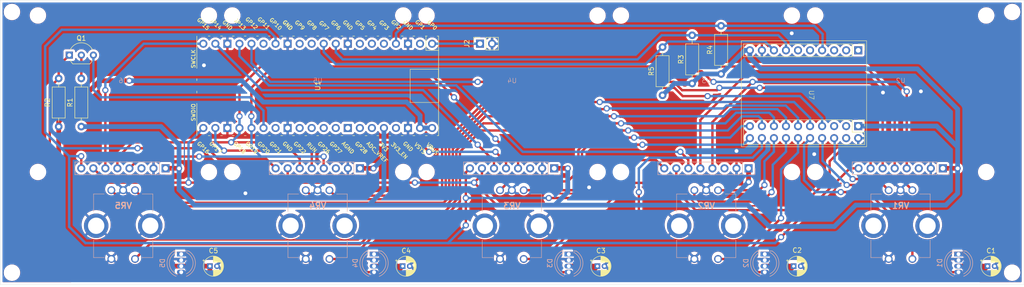
<source format=kicad_pcb>
(kicad_pcb (version 20240108) (generator "pcbnew") (generator_version "8.0")
  (layers (0 "F.Cu" jumper) (31 "B.Cu" signal) (34 "B.Paste" user) (35 "F.Paste" user) (36 "B.SilkS" user "B.Silkscreen") (37 "F.SilkS" user "F.Silkscreen") (38 "B.Mask" user) (39 "F.Mask" user) (44 "Edge.Cuts" user))
  (net 0 "")
  (net 1 "GND")
  (net 2 "+5V")
  (net 3 "Net-(D1-DI)")
  (net 4 "Net-(J2-Pin_1)")
  (net 5 "Net-(Q1-B)")
  (net 6 "LED")
  (net 7 "+3.3V")
  (net 8 "I2C_SDA")
  (net 9 "MCP_RESET")
  (net 10 "I2C_SCL")
  (net 13 "D{slash}C")
  (net 15 "CS4")
  (net 16 "CS1")
  (net 17 "CS2")
  (net 19 "DIN")
  (net 25 "CS0")
  (net 30 "CLK")
  (net 32 "CS3")
  (net 33 "DISP_RESET")
  (net 42 "Net-(U7-GPA2)")
  (net 43 "Net-(U7-GPB5)")
  (net 46 "Net-(U7-GPB7)")
  (net 47 "Net-(U7-GPA7)")
  (net 48 "Net-(U7-GPB1)")
  (net 49 "Net-(U7-GPB3)")
  (net 50 "Net-(U7-GPA0)")
  (net 51 "Net-(U7-GPB2)")
  (net 53 "Net-(U7-GPA5)")
  (net 54 "Net-(U7-GPA6)")
  (net 55 "Net-(U7-GPA4)")
  (net 56 "Net-(U7-GPB6)")
  (net 57 "Net-(U7-GPA1)")
  (net 58 "Net-(U7-GPA3)")
  (net 59 "Net-(U7-GPB4)")
  (net 65 "Net-(D2-DI)")
  (net 66 "Net-(D3-DI)")
  (net 67 "Net-(D4-DI)")
  (net 68 "Net-(D5-DI)")
  (footprint "Resistor_THT:R_Axial_DIN0207_L6.3mm_D2.5mm_P10.16mm_Horizontal" (layer "F.Cu") (at 59.954 86.569998 90)
    (property "Reference" "R2")
    (property "Value" "4k7")
  )
  (footprint "Resistor_THT:R_Axial_DIN0207_L6.3mm_D2.5mm_P10.16mm_Horizontal" (layer "F.Cu") (at 64.722277 86.569998 90)
    (property "Reference" "R1")
    (property "Value" "2k2")
  )
  (footprint "Capacitor_THT:CP_Radial_D4.0mm_P1.50mm" (layer "F.Cu") (at 173.596 116.02)
    (property "Reference" "C3")
    (property "Value" "1u")
  )
  (footprint "Package_TO_SOT_THT:TO-92_Inline_Wide" (layer "F.Cu") (at 62.194 71.489998)
    (property "Reference" "Q1")
    (property "Value" "BC337")
  )
  (footprint "MCP23017_IO_expander:MCP23017_IO_expander" (layer "F.Cu") (at 217.181938 78.88 -90)
    (property "Reference" "U7")
    (property "Value" "MCP23017")
  )
  (footprint "" (layer "F.Cu") (at 50.096 62.388)
    (property "Reference" "")
    (property "Value" "")
  )
  (footprint "" (layer "F.Cu") (at 261.096 62.388)
    (property "Reference" "")
    (property "Value" "")
  )
  (footprint "RPI_Pico_THT:RPi_Pico_THT" (layer "F.Cu") (at 114.596 77.978 -90)
    (property "Reference" "U1")
    (property "Value" "Pico")
  )
  (footprint "Capacitor_THT:CP_Radial_D4.0mm_P1.50mm" (layer "F.Cu") (at 214.996 116.02)
    (property "Reference" "C2")
    (property "Value" "1u")
  )
  (footprint "Capacitor_THT:CP_Radial_D4.0mm_P1.50mm" (layer "F.Cu") (at 91.851401 116.011998)
    (property "Reference" "C5")
    (property "Value" "1u")
  )
  (footprint "Capacitor_THT:CP_Radial_D4.0mm_P1.50mm" (layer "F.Cu") (at 255.9 116.016)
    (property "Reference" "C1")
    (property "Value" "1u")
  )
  (footprint "Resistor_THT:R_Axial_DIN0207_L6.3mm_D2.5mm_P10.16mm_Horizontal" (layer "F.Cu") (at 199.696 75.468 90)
    (property "Reference" "R4")
    (property "Value" "10k")
  )
  (footprint "Connector_PinSocket_2.54mm:PinSocket_1x02_P2.54mm_Vertical" (layer "F.Cu") (at 148.836 69.078 90)
    (property "Reference" "J2")
    (property "Value" "Debug_output")
  )
  (footprint "" (layer "F.Cu") (at 50.096 117.388)
    (property "Reference" "")
    (property "Value" "")
  )
  (footprint "Capacitor_THT:CP_Radial_D4.0mm_P1.50mm" (layer "F.Cu") (at 132.512 116.015999)
    (property "Reference" "C4")
    (property "Value" "1u")
  )
  (footprint "" (layer "F.Cu") (at 261.096 117.388)
    (property "Reference" "")
    (property "Value" "")
  )
  (footprint "Resistor_THT:R_Axial_DIN0207_L6.3mm_D2.5mm_P10.16mm_Horizontal" (layer "F.Cu") (at 187.346 79.968 90)
    (property "Reference" "R5")
    (property "Value" "4k7")
  )
  (footprint "Resistor_THT:R_Axial_DIN0207_L6.3mm_D2.5mm_P10.16mm_Horizontal" (layer "F.Cu") (at 193.596 77.468 90)
    (property "Reference" "R3")
    (property "Value" "4k7")
  )
  (footprint "Waveshare_displays:WaveShare_1in3_OLED_SH1106" (layer "B.Cu") (at 73.608 79.379998 180)
    (property "Reference" "U6")
    (property "Value" "1.3in SH1106 OLED")
  )
  (footprint "Bourns_PEC11R:PEC11R4220FS0024" (layer "B.Cu") (at 155.57 107.41)
    (property "Reference" "VR3")
    (property "Value" "PEC11R-4220F-S0024" (hide yes))
  )
  (footprint "WS2812_LED_THT:LED_D5.0mm-4_RGB" (layer "B.Cu") (at 249.78 113.47 -90)
    (property "Reference" "D1")
    (property "Value" "APA-106-F5")
  )
  (footprint "Waveshare_displays:WaveShare_1in3_OLED_SH1106" (layer "B.Cu") (at 237.59 79.384 180)
    (property "Reference" "U2")
    (property "Value" "1.3in SH1106 OLED")
  )
  (footprint "Bourns_PEC11R:PEC11R4220FS0024" (layer "B.Cu") (at 114.586 107.405999)
    (property "Reference" "VR4")
    (property "Value" "PEC11R-4220F-S0024" (hide yes))
  )
  (footprint "Waveshare_displays:WaveShare_1in3_OLED_SH1106" (layer "B.Cu") (at 114.612 79.383999 180)
    (property "Reference" "U5")
    (property "Value" "1.3in SH1106 OLED")
  )
  (footprint "Waveshare_displays:WaveShare_1in3_OLED_SH1106" (layer "B.Cu") (at 155.596 79.388 180)
    (property "Reference" "U4")
    (property "Value" "1.3in SH1106 OLED")
  )
  (footprint "WS2812_LED_THT:LED_D5.0mm-4_RGB" (layer "B.Cu") (at 126.482 113.47 -90)
    (property "Reference" "D4")
    (property "Value" "APA-106-F5")
  )
  (footprint "Bourns_PEC11R:PEC11R4220FS0024" (layer "B.Cu") (at 73.574 107.401998)
    (property "Reference" "VR5")
    (property "Value" "PEC11R-4220F-S0024" (hide yes))
  )
  (footprint "Bourns_PEC11R:PEC11R4220FS0024" (layer "B.Cu") (at 196.57 107.41)
    (property "Reference" "VR2")
    (property "Value" "PEC11R-4220F-S0024" (hide yes))
  )
  (footprint "Bourns_PEC11R:PEC11R4220FS0024" (layer "B.Cu") (at 237.564 107.406)
    (property "Reference" "VR1")
    (property "Value" "PEC11R-4220F-S0024" (hide yes))
  )
  (footprint "WS2812_LED_THT:LED_D5.0mm-4_RGB" (layer "B.Cu") (at 167.556 113.47 -90)
    (property "Reference" "D3")
    (property "Value" "APA-106-F5")
  )
  (footprint "Waveshare_displays:WaveShare_1in3_OLED_SH1106" (layer "B.Cu") (at 196.596 79.388 180)
    (property "Reference" "U3")
    (property "Value" "1.3in SH1106 OLED")
  )
  (footprint "WS2812_LED_THT:LED_D5.0mm-4_RGB" (layer "B.Cu") (at 208.906 113.47 -90)
    (property "Reference" "D2")
    (property "Value" "APA-106-F5")
  )
  (footprint "WS2812_LED_THT:LED_D5.0mm-4_RGB" (layer "B.Cu") (at 85.804 113.47 -90)
    (property "Reference" "D5")
    (property "Value" "APA-106-F5")
  )
  (gr_rect (start 47.596 59.888) (end 263.596 119.888) (stroke (width 0.05)) (fill none) (layer "Edge.Cuts"))
  (via (at 214.596 66.888) (size 1.3) (drill 0.8) (layers "F.Cu" "B.Cu") (net 1))
  (via (at 202.946659 91.712291) (size 1.3) (drill 0.8) (layers "F.Cu" "B.Cu") (net 1))
  (via (at 99.346 100.638) (size 1.3) (drill 0.8) (layers "F.Cu" "B.Cu") (net 1))
  (via (at 241.846 79.138) (size 1.3) (drill 0.8) (layers "F.Cu" "B.Cu") (net 1))
  (via (at 233.846 79.388) (size 1.3) (drill 0.8) (layers "F.Cu" "B.Cu") (net 1))
  (via (at 219.346 92.388) (size 1.3) (drill 0.8) (layers "F.Cu" "B.Cu") (net 1))
  (via (at 90.596 73.638) (size 1.3) (drill 0.8) (layers "F.Cu" "B.Cu") (net 1))
  (via (at 171.846 99.388) (size 1.3) (drill 0.8) (layers "F.Cu" "B.Cu") (net 1))
  (segment (start 132.512 116.015999) (end 132.508001 116.015999) (width 1) (layer "F.Cu") (net 2))
  (segment (start 74.846 76.888) (end 68.596 76.888) (width 1) (layer "F.Cu") (net 2))
  (segment (start 249.78 116.01) (end 255.894 116.01) (width 1) (layer "F.Cu") (net 2))
  (segment (start 173.596 116.02) (end 170.788 118.828) (width 1) (layer "F.Cu") (net 2))
  (segment (start 68.596 76.888) (end 59.954 85.53) (width 1) (layer "F.Cu") (net 2))
  (segment (start 253.088 118.828) (end 255.9 116.016) (width 1) (layer "F.Cu") (net 2))
  (segment (start 170.788 118.828) (end 129.696 118.828) (width 1) (layer "F.Cu") (net 2))
  (segment (start 59.954 86.569998) (end 59.954 112.996) (width 1) (layer "F.Cu") (net 2))
  (segment (start 212.188 118.828) (end 212.186 118.828) (width 1) (layer "F.Cu") (net 2))
  (segment (start 132.506001 116.01) (end 132.512 116.015999) (width 1) (layer "F.Cu") (net 2))
  (segment (start 132.508001 116.015999) (end 129.696 118.828) (width 1) (layer "F.Cu") (net 2))
  (segment (start 85.804 116.01) (end 91.849403 116.01) (width 1) (layer "F.Cu") (net 2))
  (segment (start 208.906 116.01) (end 214.986 116.01) (width 1) (layer "F.Cu") (net 2))
  (segment (start 129.696 118.828) (end 93.067403 118.828) (width 1) (layer "F.Cu") (net 2))
  (segment (start 214.996 116.02) (end 212.188 118.828) (width 1) (layer "F.Cu") (net 2))
  (segment (start 64.096 117.138) (end 81.065998 117.138) (width 1) (layer "F.Cu") (net 2))
  (segment (start 85.804 116.01) (end 82.193998 116.01) (width 1) (layer "F.Cu") (net 2))
  (segment (start 212.186 118.828) (end 253.088 118.828) (width 1) (layer "F.Cu") (net 2))
  (segment (start 59.954 112.996) (end 64.096 117.138) (width 1) (layer "F.Cu") (net 2))
  (segment (start 214.986 116.01) (end 214.996 116.02) (width 1) (layer "F.Cu") (net 2))
  (segment (start 255.894 116.01) (end 255.9 116.016) (width 1) (layer "F.Cu") (net 2))
  (segment (start 170.788 118.828) (end 212.186 118.828) (width 1) (layer "F.Cu") (net 2))
  (segment (start 93.067403 118.828) (end 91.851401 117.611998) (width 1) (layer "F.Cu") (net 2))
  (segment (start 59.954 85.53) (end 59.954 86.569998) (width 1) (layer "F.Cu") (net 2))
  (segment (start 91.849403 116.01) (end 91.851401 116.011998) (width 1) (layer "F.Cu") (net 2))
  (segment (start 91.851401 117.611998) (end 91.851401 116.011998) (width 1) (layer "F.Cu") (net 2))
  (segment (start 173.586 116.01) (end 173.596 116.02) (width 1) (layer "F.Cu") (net 2))
  (segment (start 167.556 116.01) (end 173.586 116.01) (width 1) (layer "F.Cu") (net 2))
  (segment (start 82.193998 116.01) (end 81.065998 117.138) (width 1) (layer "F.Cu") (net 2))
  (segment (start 126.482 116.01) (end 132.506001 116.01) (width 1) (layer "F.Cu") (net 2))
  (via (at 74.846 76.888) (size 1.3) (drill 0.8) (layers "F.Cu" "B.Cu") (net 2))
  (segment (start 134.846 82.888) (end 133.346 81.388) (width 1) (layer "B.Cu") (net 2))
  (segment (start 133.346 81.388) (end 110.346 81.388) (width 1) (layer "B.Cu") (net 2))
  (segment (start 138.726 86.868) (end 136.186 86.868) (width 1) (layer "B.Cu") (net 2))
  (segment (start 103.096 81.388) (end 98.596 76.888) (width 1) (layer "B.Cu") (net 2))
  (segment (start 136.186 86.868) (end 136.186 84.228) (width 1) (layer "B.Cu") (net 2))
  (segment (start 98.596 76.888) (end 74.846 76.888) (width 1) (layer "B.Cu") (net 2))
  (segment (start 136.186 84.228) (end 134.846 82.888) (width 1) (layer "B.Cu") (net 2))
  (segment (start 110.346 81.388) (end 103.096 81.388) (width 1) (layer "B.Cu") (net 2))
  (segment (start 208.908 113.468) (end 220.176 113.468) (width 0.5) (layer "F.Cu") (net 3))
  (segment (start 249.778 117.278) (end 249.78 117.28) (width 0.5) (layer "F.Cu") (net 3))
  (segment (start 220.176 113.468) (end 223.766 117.058) (width 0.5) (layer "F.Cu") (net 3))
  (segment (start 249.78 117.28) (end 249.78 117.048) (width 0.5) (layer "F.Cu") (net 3))
  (segment (start 224.094 117.278) (end 249.778 117.278) (width 0.5) (layer "F.Cu") (net 3))
  (segment (start 208.906 113.47) (end 208.908 113.468) (width 0.5) (layer "F.Cu") (net 3))
  (segment (start 223.87 117.054) (end 224.094 117.278) (width 0.5) (layer "F.Cu") (net 3))
  (segment (start 208.906 113.238) (end 208.906 113.47) (width 0.5) (layer "F.Cu") (net 3))
  (segment (start 138.736 69.078) (end 138.726 69.088) (width 0.5) (layer "B.Cu") (net 4))
  (segment (start 148.836 69.078) (end 138.736 69.078) (width 0.5) (layer "B.Cu") (net 4))
  (segment (start 64.734 71.489998) (end 64.734 76.398275) (width 0.5) (layer "F.Cu") (net 5))
  (segment (start 64.734 76.398275) (end 64.722277 76.409998) (width 0.5) (layer "F.Cu") (net 5))
  (segment (start 67.274 71.489998) (end 67.274 78.816) (width 0.5) (layer "B.Cu") (net 6))
  (segment (start 67.274 78.816) (end 68.846 80.388) (width 0.5) (layer "B.Cu") (net 6))
  (segment (start 103.166 83.208) (end 103.166 86.868) (width 0.5) (layer "B.Cu") (net 6))
  (segment (start 100.346 80.388) (end 103.166 83.208) (width 0.5) (layer "B.Cu") (net 6))
  (segment (start 68.846 80.388) (end 100.346 80.388) (width 0.5) (layer "B.Cu") (net 6))
  (segment (start 205.486 98.237236) (end 205.512014 98.26325) (width 1) (layer "F.Cu") (net 7))
  (segment (start 205.486 95.378) (end 205.486 98.237236) (width 1) (layer "F.Cu") (net 7))
  (segment (start 249.582 95.374) (end 249.596 95.388) (width 1) (layer "F.Cu") (net 7))
  (segment (start 164.486 95.378) (end 167.336 95.378) (width 1) (layer "F.Cu") (net 7))
  (segment (start 123.502 95.373999) (end 126.331999 95.373999) (width 1) (layer "F.Cu") (net 7))
  (segment (start 82.498 95.369998) (end 85.327998 95.369998) (width 1) (layer "F.Cu") (net 7))
  (segment (start 85.327998 95.369998) (end 85.346 95.388) (width 1) (layer "F.Cu") (net 7))
  (segment (start 167.336 95.378) (end 167.346 95.388) (width 1) (layer "F.Cu") (net 7))
  (segment (start 126.331999 95.373999) (end 126.346 95.388) (width 1) (layer "F.Cu") (net 7))
  (segment (start 246.48 95.374) (end 249.582 95.374) (width 1) (layer "F.Cu") (net 7))
  (via (at 167.346 95.388) (size 1.3) (drill 0.8) (layers "F.Cu" "B.Cu") (net 7))
  (via (at 249.596 95.388) (size 1.3) (drill 0.8) (layers "F.Cu" "B.Cu") (net 7))
  (via (at 126.346 95.388) (size 1.3) (drill 0.8) (layers "F.Cu" "B.Cu") (net 7))
  (via (at 85.346 95.388) (size 1.3) (drill 0.8) (layers "F.Cu" "B.Cu") (net 7))
  (via (at 205.512014 98.26325) (size 1.3) (drill 0.8) (layers "F.Cu" "B.Cu") (net 7))
  (segment (start 204.688 70.476) (end 199.696 75.468) (width 1) (layer "B.Cu") (net 7))
  (segment (start 128.566 93.168) (end 128.566461 93.168461) (width 1) (layer "B.Cu") (net 7))
  (segment (start 205.763938 70.476) (end 204.688 70.476) (width 1) (layer "B.Cu") (net 7))
  (segment (start 125.346 103.138) (end 164.596 103.138) (width 1) (layer "B.Cu") (net 7))
  (segment (start 249.596 90.888) (end 245.176 86.468) (width 1) (layer "B.Cu") (net 7))
  (segment (start 205.763938 70.476) (end 205.763938 72.055938) (width 1) (layer "B.Cu") (net 7))
  (segment (start 85.346 95.388) (end 85.346 90.388) (width 1) (layer "B.Cu") (net 7))
  (segment (start 205.346 103.138) (end 209.846 107.638) (width 1) (layer "B.Cu") (net 7))
  (segment (start 199.696 75.468) (end 195.596 75.468) (width 1) (layer "B.Cu") (net 7))
  (segment (start 128.566461 99.917539) (end 125.346 103.138) (width 1) (layer "B.Cu") (net 7))
  (segment (start 249.596 95.388) (end 249.596 90.888) (width 1) (layer "B.Cu") (net 7))
  (segment (start 85.346 95.388) (end 85.346 99.888) (width 1) (layer "B.Cu") (net 7))
  (segment (start 205.763938 72.055938) (end 208.096 74.388) (width 1) (layer "B.Cu") (net 7))
  (segment (start 167.346 95.388) (end 167.346 100.388) (width 1) (layer "B.Cu") (net 7))
  (segment (start 85.346 99.888) (end 88.596 103.138) (width 1) (layer "B.Cu") (net 7))
  (segment (start 85.346 90.388) (end 81.527998 86.569998) (width 1) (layer "B.Cu") (net 7))
  (segment (start 195.596 75.468) (end 193.596 77.468) (width 1) (layer "B.Cu") (net 7))
  (segment (start 228.096 103.138) (end 247.096 103.138) (width 1) (layer "B.Cu") (net 7))
  (segment (start 249.596 100.638) (end 249.596 95.388) (width 1) (layer "B.Cu") (net 7))
  (segment (start 164.596 103.138) (end 200.596 103.138) (width 1) (layer "B.Cu") (net 7))
  (segment (start 241.096 74.388) (end 249.596 82.888) (width 1) (layer "B.Cu") (net 7))
  (segment (start 189.846 77.468) (end 187.346 79.968) (width 1) (layer "B.Cu") (net 7))
  (segment (start 167.346 100.388) (end 164.596 103.138) (width 1) (layer "B.Cu") (net 7))
  (segment (start 128.566 93.168) (end 128.566 86.868) (width 1) (layer "B.Cu") (net 7))
  (segment (start 88.596 103.138) (end 125.346 103.138) (width 1) (layer "B.Cu") (net 7))
  (segment (start 205.512014 98.26325) (end 205.47075 98.26325) (width 1) (layer "B.Cu") (net 7))
  (segment (start 245.176 86.468) (end 228.623938 86.468) (width 1) (layer "B.Cu") (net 7))
  (segment (start 126.346 95.388) (end 128.566 93.168) (width 1) (layer "B.Cu") (net 7))
  (segment (start 223.596 107.638) (end 228.096 103.138) (width 1) (layer "B.Cu") (net 7))
  (segment (start 81.527998 86.569998) (end 64.722277 86.569998) (width 1) (layer "B.Cu") (net 7))
  (segment (start 205.47075 98.26325) (end 200.596 103.138) (width 1) (layer "B.Cu") (net 7))
  (segment (start 247.096 103.138) (end 249.596 100.638) (width 1) (layer "B.Cu") (net 7))
  (segment (start 128.566461 93.168461) (end 128.566461 99.917539) (width 1) (layer "B.Cu") (net 7))
  (segment (start 209.846 107.638) (end 223.596 107.638) (width 1) (layer "B.Cu") (net 7))
  (segment (start 193.596 77.468) (end 189.846 77.468) (width 1) (layer "B.Cu") (net 7))
  (segment (start 200.596 103.138) (end 205.346 103.138) (width 1) (layer "B.Cu") (net 7))
  (segment (start 249.596 82.888) (end 249.596 90.888) (width 1) (layer "B.Cu") (net 7))
  (segment (start 208.096 74.388) (end 241.096 74.388) (width 1) (layer "B.Cu") (net 7))
  (segment (start 118.422 70.943999) (end 118.422 69.083999) (width 0.5) (layer "B.Cu") (net 8))
  (segment (start 193.596 67.308) (end 211.766 67.308) (width 0.5) (layer "B.Cu") (net 8))
  (segment (start 213.383938 68.925938) (end 213.383938 70.476) (width 0.5) (layer "B.Cu") (net 8))
  (segment (start 119.862 72.383999) (end 118.422 70.943999) (width 0.5) (layer "B.Cu") (net 8))
  (segment (start 187.176 67.308) (end 182.096 72.388) (width 0.5) (layer "B.Cu") (net 8))
  (segment (start 182.096 72.388) (end 119.846 72.388) (width 0.5) (layer "B.Cu") (net 8))
  (segment (start 193.596 67.308) (end 187.176 67.308) (width 0.5) (layer "B.Cu") (net 8))
  (segment (start 211.766 67.308) (end 213.383938 68.925938) (width 0.5) (layer "B.Cu") (net 8))
  (segment (start 199.696 65.308) (end 132.676 65.308) (width 0.5) (layer "B.Cu") (net 9))
  (segment (start 131.122 66.873999) (end 131.122 69.083999) (width 0.5) (layer "B.Cu") (net 9))
  (segment (start 199.696 65.308) (end 219.266 65.308) (width 0.5) (layer "B.Cu") (net 9))
  (segment (start 219.37 65.304) (end 221.107938 67.041938) (width 0.5) (layer "B.Cu") (net 9))
  (segment (start 132.692 65.303999) (end 131.122 66.873999) (width 0.5) (layer "B.Cu") (net 9))
  (segment (start 221.107938 67.041938) (end 221.107938 70.472) (width 0.5) (layer "B.Cu") (net 9))
  (segment (start 183.766 73.388) (end 118.386 73.388) (width 0.5) (layer "B.Cu") (net 10))
  (segment (start 188.516 68.638) (end 209.005938 68.638) (width 0.5) (layer "B.Cu") (net 10))
  (segment (start 209.005938 68.638) (end 210.843938 70.476) (width 0.5) (layer "B.Cu") (net 10))
  (segment (start 118.402 73.383999) (end 115.882 70.863999) (width 0.5) (layer "B.Cu") (net 10))
  (segment (start 187.346 69.808) (end 188.516 68.638) (width 0.5) (layer "B.Cu") (net 10))
  (segment (start 187.346 69.808) (end 183.766 73.388) (width 0.5) (layer "B.Cu") (net 10))
  (segment (start 115.882 70.863999) (end 115.882 69.083999) (width 0.5) (layer "B.Cu") (net 10))
  (segment (start 180.041 98.443) (end 188.541 98.443) (width 0.5) (layer "F.Cu") (net 13))
  (segment (start 149.246 96.738) (end 147.596 98.388) (width 0.5) (layer "F.Cu") (net 13))
  (segment (start 106.596 98.388) (end 135.096 98.388) (width 0.5) (layer "F.Cu") (net 13))
  (segment (start 222.596 97.388) (end 222.596 93.888) (width 0.5) (layer "F.Cu") (net 13))
  (segment (start 194.2855 104.1875) (end 215.7965 104.1875) (width 0.5) (layer "F.Cu") (net 13))
  (segment (start 108.262 96.722) (end 106.596 98.388) (width 0.5) (layer "F.Cu") (net 13))
  (segment (start 175.096 103.388) (end 180.041 98.443) (width 0.5) (layer "F.Cu") (net 13))
  (segment (start 224.596 91.888) (end 230.096 91.888) (width 0.5) (layer "F.Cu") (net 13))
  (segment (start 147.596 98.388) (end 152.596 103.388) (width 0.5) (layer "F.Cu") (net 13))
  (segment (start 87.346 98.388) (end 70.276002 98.388) (width 0.5) (layer "F.Cu") (net 13))
  (segment (start 70.276002 98.388) (end 67.258 95.369998) (width 0.5) (layer "F.Cu") (net 13))
  (segment (start 152.596 103.388) (end 175.096 103.388) (width 0.5) (layer "F.Cu") (net 13))
  (segment (start 108.262 95.373999) (end 108.262 96.722) (width 0.5) (layer "F.Cu") (net 13))
  (segment (start 188.541 98.443) (end 194.2855 104.1875) (width 0.5) (layer "F.Cu") (net 13))
  (segment (start 231.24 93.032) (end 231.24 95.374) (width 0.5) (layer "F.Cu") (net 13))
  (segment (start 190.246 96.738) (end 188.541 98.443) (width 0.5) (layer "F.Cu") (net 13))
  (segment (start 190.246 95.378) (end 190.246 96.738) (width 0.5) (layer "F.Cu") (net 13))
  (segment (start 106.596 98.388) (end 87.346 98.388) (width 0.5) (layer "F.Cu") (net 13))
  (segment (start 230.096 91.888) (end 231.24 93.032) (width 0.5) (layer "F.Cu") (net 13))
  (segment (start 149.246 95.378) (end 149.246 96.738) (width 0.5) (layer "F.Cu") (net 13))
  (segment (start 222.596 93.888) (end 224.596 91.888) (width 0.5) (layer "F.Cu") (net 13))
  (segment (start 215.7965 104.1875) (end 222.596 97.388) (width 0.5) (layer "F.Cu") (net 13))
  (via (at 135.096 98.388) (size 1.3) (drill 0.8) (layers "F.Cu" "B.Cu") (net 13))
  (via (at 147.596 98.388) (size 1.3) (drill 0.8) (layers "F.Cu" "B.Cu") (net 13))
  (via (at 87.346 98.388) (size 1.3) (drill 0.8) (layers "F.Cu" "B.Cu") (net 13))
  (segment (start 87.346 89.988) (end 87.346 98.388) (width 0.5) (layer "B.Cu") (net 13))
  (segment (start 135.096 98.388) (end 147.596 98.388) (width 0.5) (layer "B.Cu") (net 13))
  (segment (start 90.466 86.868) (end 87.346 89.988) (width 0.5) (layer "B.Cu") (net 13))
  (segment (start 69.798 78.888) (end 69.798 95.369998) (width 0.5) (layer "F.Cu") (net 15))
  (via (at 69.798 78.888) (size 1.3) (drill 0.8) (layers "F.Cu" "B.Cu") (net 15))
  (segment (start 69.798 77.186) (end 77.896 69.088) (width 0.5) (layer "B.Cu") (net 15))
  (segment (start 69.798 78.888) (end 69.798 77.186) (width 0.5) (layer "B.Cu") (net 15))
  (segment (start 77.896 69.088) (end 90.466 69.088) (width 0.5) (layer "B.Cu") (net 15))
  (segment (start 192.786 95.378) (end 192.786 93.578) (width 0.5) (layer "F.Cu") (net 16))
  (segment (start 192.786 93.578) (end 191.096 91.888) (width 0.5) (layer "F.Cu") (net 16))
  (via (at 191.096 91.888) (size 1.3) (drill 0.8) (layers "F.Cu" "B.Cu") (net 16))
  (segment (start 98.086 71.68866) (end 98.086 69.088) (width 0.5) (layer "B.Cu") (net 16))
  (segment (start 143.846 77.888) (end 104.28534 77.888) (width 0.5) (layer "B.Cu") (net 16))
  (segment (start 104.28534 77.888) (end 98.086 71.68866) (width 0.5) (layer "B.Cu") (net 16))
  (segment (start 157.846 91.888) (end 143.846 77.888) (width 0.5) (layer "B.Cu") (net 16))
  (segment (start 191.096 91.888) (end 157.846 91.888) (width 0.5) (layer "B.Cu") (net 16))
  (segment (start 151.786 95.378) (end 151.786 93.828) (width 0.5) (layer "F.Cu") (net 17))
  (segment (start 151.786 93.828) (end 148.346 90.388) (width 0.5) (layer "F.Cu") (net 17))
  (via (at 148.346 90.388) (size 1.3) (drill 0.8) (layers "F.Cu" "B.Cu") (net 17))
  (segment (start 102.806 78.888) (end 93.006 69.088) (width 0.5) (layer "B.Cu") (net 17))
  (segment (start 148.346 90.388) (end 136.846 78.888) (width 0.5) (layer "B.Cu") (net 17))
  (segment (start 136.846 78.888) (end 102.806 78.888) (width 0.5) (layer "B.Cu") (net 17))
  (segment (start 238.86 79.152) (end 238.86 95.374) (width 0.5) (layer "F.Cu") (net 19))
  (segment (start 115.846 95.337999) (end 115.882 95.373999) (width 0.5) (layer "F.Cu") (net 19))
  (segment (start 206.346 77.138) (end 197.866 85.618) (width 0.5) (layer "F.Cu") (net 19))
  (segment (start 156.866 93.908) (end 152.096 89.138) (width 0.5) (layer "F.Cu") (net 19))
  (segment (start 197.846 77.138) (end 195.596 74.888) (width 0.5) (layer "F.Cu") (net 19))
  (segment (start 156.866 95.378) (end 156.866 93.908) (width 0.5) (layer "F.Cu") (net 19))
  (segment (start 115.846 92.888) (end 115.846 95.337999) (width 0.5) (layer "F.Cu") (net 19))
  (segment (start 100.596 78.388) (end 104.096 74.888) (width 0.5) (layer "F.Cu") (net 19))
  (segment (start 77.359998 92.888) (end 74.878 95.369998) (width 0.5) (layer "F.Cu") (net 19))
  (segment (start 198.096 77.138) (end 197.846 77.138) (width 0.5) (layer "F.Cu") (net 19))
  (segment (start 100.596 84.388) (end 100.596 78.388) (width 0.5) (layer "F.Cu") (net 19))
  (segment (start 143.346 80.388) (end 137.846 74.888) (width 0.5) (layer "F.Cu") (net 19))
  (segment (start 195.596 74.888) (end 137.846 74.888) (width 0.5) (layer "F.Cu") (net 19))
  (segment (start 89.596 92.888) (end 77.359998 92.888) (width 0.5) (layer "F.Cu") (net 19))
  (segment (start 197.866 85.618) (end 197.866 95.378) (width 0.5) (layer "F.Cu") (net 19))
  (segment (start 104.096 74.888) (end 137.846 74.888) (width 0.5) (layer "F.Cu") (net 19))
  (via (at 152.096 89.138) (size 1.3) (drill 0.8) (layers "F.Cu" "B.Cu") (net 19))
  (via (at 206.346 77.138) (size 1.3) (drill 0.8) (layers "F.Cu" "B.Cu") (net 19))
  (via (at 238.86 79.152) (size 1.3) (drill 0.8) (layers "F.Cu" "B.Cu") (net 19))
  (via (at 115.846 92.888) (size 1.3) (drill 0.8) (layers "F.Cu" "B.Cu") (net 19))
  (via (at 100.596 84.388) (size 1.3) (drill 0.8) (layers "F.Cu" "B.Cu") (net 19))
  (via (at 198.096 77.138) (size 1.3) (drill 0.8) (layers "F.Cu" "B.Cu") (net 19))
  (via (at 89.596 92.888) (size 1.3) (drill 0.8) (layers "F.Cu" "B.Cu") (net 19))
  (via (at 143.346 80.388) (size 1.3) (drill 0.8) (layers "F.Cu" "B.Cu") (net 19))
  (segment (start 102.596 92.888) (end 89.596 92.888) (width 0.5) (layer "B.Cu") (net 19))
  (segment (start 236.846 77.138) (end 238.86 79.152) (width 0.5) (layer "B.Cu") (net 19))
  (segment (start 152.096 89.138) (end 143.346 80.388) (width 0.5) (layer "B.Cu") (net 19))
  (segment (start 102.596 92.888) (end 115.846 92.888) (width 0.5) (layer "B.Cu") (net 19))
  (segment (start 100.626 86.868) (end 100.626 90.918) (width 0.5) (layer "B.Cu") (net 19))
  (segment (start 100.596 86.838) (end 100.626 86.868) (width 0.5) (layer "B.Cu") (net 19))
  (segment (start 206.346 77.138) (end 198.096 77.138) (width 0.5) (layer "B.Cu") (net 19))
  (segment (start 100.626 90.918) (end 102.596 92.888) (width 0.5) (layer "B.Cu") (net 19))
  (segment (start 206.346 77.138) (end 236.846 77.138) (width 0.5) (layer "B.Cu") (net 19))
  (segment (start 100.596 84.388) (end 100.596 86.838) (width 0.5) (layer "B.Cu") (net 19))
  (segment (start 189.722346 77.138) (end 148.346 77.138) (width 0.5) (layer "F.Cu") (net 25))
  (segment (start 233.78 95.374) (end 233.78 81.322) (width 0.5) (layer "F.Cu") (net 25))
  (segment (start 230.846 78.388) (end 207.846 78.388) (width 0.5) (layer "F.Cu") (net 25))
  (segment (start 198.846 78.888) (end 191.472346 78.888) (width 0.5) (layer "F.Cu") (net 25))
  (segment (start 199.346 78.388) (end 198.846 78.888) (width 0.5) (layer "F.Cu") (net 25))
  (segment (start 191.472346 78.888) (end 189.722346 77.138) (width 0.5) (layer "F.Cu") (net 25))
  (segment (start 233.78 81.322) (end 230.846 78.388) (width 0.5) (layer "F.Cu") (net 25))
  (via (at 199.346 78.388) (size 1.3) (drill 0.8) (layers "F.Cu" "B.Cu") (net 25))
  (via (at 207.846 78.388) (size 1.3) (drill 0.8) (layers "F.Cu" "B.Cu") (net 25))
  (via (at 148.346 77.138) (size 1.3) (drill 0.8) (layers "F.Cu" "B.Cu") (net 25))
  (segment (start 100.626 73.168) (end 100.626 69.088) (width 0.5) (layer "B.Cu") (net 25))
  (segment (start 199.346 78.388) (end 207.846 78.388) (width 0.5) (layer "B.Cu") (net 25))
  (segment (start 148.346 77.138) (end 104.596 77.138) (width 0.5) (layer "B.Cu") (net 25))
  (segment (start 104.596 77.138) (end 100.626 73.168) (width 0.5) (layer "B.Cu") (net 25))
  (segment (start 98.096 84.388) (end 98.096 78.408) (width 0.5) (layer "F.Cu") (net 30))
  (segment (start 72.338 93.146) (end 75.596 89.888) (width 0.5) (layer "F.Cu") (net 30))
  (segment (start 195.326 95.378) (end 195.326 85.158) (width 0.5) (layer "F.Cu") (net 30))
  (segment (start 113.342 92.134) (end 111.096 89.888) (width 0.5) (layer "F.Cu") (net 30))
  (segment (start 98.086 78.398) (end 102.596 73.888) (width 0.5) (layer "F.Cu") (net 30))
  (segment (start 236.32 95.374) (end 236.32 80.112) (width 0.5) (layer "F.Cu") (net 30))
  (segment (start 75.596 89.888) (end 96.096 89.888) (width 0.5) (layer "F.Cu") (net 30))
  (segment (start 111.096 89.888) (end 96.346 89.888) (width 0.5) (layer "F.Cu") (net 30))
  (segment (start 102.596 73.888) (end 206.596 73.888) (width 0.5) (layer "F.Cu") (net 30))
  (segment (start 96.346 89.888) (end 96.096 89.888) (width 0.5) (layer "F.Cu") (net 30))
  (segment (start 154.326 94.118) (end 154.326 95.378) (width 0.5) (layer "F.Cu") (net 30))
  (segment (start 111.096 89.888) (end 136.096 89.888) (width 0.5) (layer "F.Cu") (net 30))
  (segment (start 113.342 95.373999) (end 113.342 92.134) (width 0.5) (layer "F.Cu") (net 30))
  (segment (start 195.326 85.158) (end 206.596 73.888) (width 0.5) (layer "F.Cu") (net 30))
  (segment (start 152.096 91.888) (end 154.326 94.118) (width 0.5) (layer "F.Cu") (net 30))
  (segment (start 136.096 89.888) (end 138.096 91.888) (width 0.5) (layer "F.Cu") (net 30))
  (segment (start 230.096 73.888) (end 206.596 73.888) (width 0.5) (layer "F.Cu") (net 30))
  (segment (start 236.32 80.112) (end 230.096 73.888) (width 0.5) (layer "F.Cu") (net 30))
  (segment (start 72.338 95.369998) (end 72.338 93.146) (width 0.5) (layer "F.Cu") (net 30))
  (segment (start 98.096 78.408) (end 98.086 78.398) (width 0.5) (layer "F.Cu") (net 30))
  (via (at 98.096 84.388) (size 1.3) (drill 0.8) (layers "F.Cu" "B.Cu") (net 30))
  (via (at 96.346 89.888) (size 1.3) (drill 0.8) (layers "F.Cu" "B.Cu") (net 30))
  (via (at 152.096 91.888) (size 1.3) (drill 0.8) (layers "F.Cu" "B.Cu") (net 30))
  (via (at 138.096 91.888) (size 1.3) (drill 0.8) (layers "F.Cu" "B.Cu") (net 30))
  (segment (start 98.086 86.868) (end 98.086 88.148) (width 0.5) (layer "B.Cu") (net 30))
  (segment (start 138.096 91.888) (end 152.096 91.888) (width 0.5) (layer "B.Cu") (net 30))
  (segment (start 98.086 88.148) (end 96.346 89.888) (width 0.5) (layer "B.Cu") (net 30))
  (segment (start 98.096 84.388) (end 98.096 86.858) (width 0.5) (layer "B.Cu") (net 30))
  (segment (start 98.096 86.858) (end 98.086 86.868) (width 0.5) (layer "B.Cu") (net 30))
  (segment (start 110.802 93.344) (end 109.096 91.638) (width 0.5) (layer "F.Cu") (net 32))
  (segment (start 110.802 95.373999) (end 110.802 93.344) (width 0.5) (layer "F.Cu") (net 32))
  (segment (start 109.096 91.638) (end 94.846 91.638) (width 0.5) (layer "F.Cu") (net 32))
  (via (at 94.846 91.638) (size 1.3) (drill 0.8) (layers "F.Cu" "B.Cu") (net 32))
  (segment (start 93.006 86.868) (end 93.006 89.798) (width 0.5) (layer "B.Cu") (net 32))
  (segment (start 93.006 89.798) (end 94.846 91.638) (width 0.5) (layer "B.Cu") (net 32))
  (segment (start 175.846 98.638) (end 172.846 101.638) (width 0.5) (layer "F.Cu") (net 33))
  (segment (start 103.736001 93.388) (end 93.596 93.388) (width 0.5) (layer "F.Cu") (net 33))
  (segment (start 226.86 95.374) (end 212.346 109.888) (width 0.5) (layer "F.Cu") (net 33))
  (segment (start 145.846 101.638) (end 145.846 96.238) (width 0.5) (layer "F.Cu") (net 33))
  (segment (start 64.718 92.826381) (end 64.698127 92.806508) (width 0.5) (layer "F.Cu") (net 33))
  (segment (start 228.7 95.374) (end 226.86 95.374) (width 0.5) (layer "F.Cu") (net 33))
  (segment (start 187.706 95.378) (end 185.966 93.638) (width 0.5) (layer "F.Cu") (net 33))
  (segment (start 172.846 101.638) (end 163.346 101.638) (width 0.5) (layer "F.Cu") (net 33))
  (segment (start 177.096 93.638) (end 175.846 94.888) (width 0.5) (layer "F.Cu") (net 33))
  (segment (start 105.722 95.373999) (end 103.736001 93.388) (width 0.5) (layer "F.Cu") (net 33))
  (segment (start 145.846 96.238) (end 146.706 95.378) (width 0.5) (layer "F.Cu") (net 33))
  (segment (start 93.596 93.388) (end 91.346 91.138) (width 0.5) (layer "F.Cu") (net 33))
  (segment (start 175.846 94.888) (end 175.846 98.638) (width 0.5) (layer "F.Cu") (net 33))
  (segment (start 91.346 91.138) (end 76.596 91.138) (width 0.5) (layer "F.Cu") (net 33))
  (segment (start 185.966 93.638) (end 177.096 93.638) (width 0.5) (layer "F.Cu") (net 33))
  (segment (start 64.718 95.369998) (end 64.718 92.826381) (width 0.5) (layer "F.Cu") (net 33))
  (segment (start 145.846 107.388) (end 145.846 101.638) (width 0.5) (layer "F.Cu") (net 33))
  (via (at 212.346 109.888) (size 1.3) (drill 0.8) (layers "F.Cu" "B.Cu") (net 33))
  (via (at 145.846 101.638) (size 1.3) (drill 0.8) (layers "F.Cu" "B.Cu") (net 33))
  (via (at 145.846 107.388) (size 1.3) (drill 0.8) (layers "F.Cu" "B.Cu") (net 33))
  (via (at 76.596 91.138) (size 1.3) (drill 0.8) (layers "F.Cu" "B.Cu") (net 33))
  (via (at 64.698127 92.806508) (size 1.3) (drill 0.8) (layers "F.Cu" "B.Cu") (net 33))
  (via (at 163.346 101.638) (size 1.3) (drill 0.8) (layers "F.Cu" "B.Cu") (net 33))
  (segment (start 211.096 111.138) (end 142.096 111.138) (width 0.5) (layer "B.Cu") (net 33))
  (segment (start 60.504214 91.138) (end 60.495108 91.147106) (width 0.5) (layer "B.Cu") (net 33))
  (segment (start 142.096 111.138) (end 145.846 107.388) (width 0.5) (layer "B.Cu") (net 33))
  (segment (start 76.596 91.138) (end 60.504214 91.138) (width 0.5) (layer "B.Cu") (net 33))
  (segment (start 62.156728 92.808726) (end 62.156728 107.698728) (width 0.5) (layer "B.Cu") (net 33))
  (segment (start 60.596 66.138) (end 104.096 66.138) (width 0.5) (layer "B.Cu") (net 33))
  (segment (start 212.346 109.888) (end 211.096 111.138) (width 0.5) (layer "B.Cu") (net 33))
  (segment (start 60.495108 91.147106) (end 57.096 87.747998) (width 0.5) (layer "B.Cu") (net 33))
  (segment (start 57.096 87.747998) (end 57.096 69.638) (width 0.5) (layer "B.Cu") (net 33))
  (segment (start 62.156728 92.808726) (end 60.495108 91.147106) (width 0.5) (layer "B.Cu") (net 33))
  (segment (start 104.096 66.138) (end 105.706 67.748) (width 0.5) (layer "B.Cu") (net 33))
  (segment (start 57.096 69.638) (end 60.596 66.138) (width 0.5) (layer "B.Cu") (net 33))
  (segment (start 62.156728 107.698728) (end 65.596 111.138) (width 0.5) (layer "B.Cu") (net 33))
  (segment (start 64.695909 92.808726) (end 62.156728 92.808726) (width 0.5) (layer "B.Cu") (net 33))
  (segment (start 65.596 111.138) (end 142.096 111.138) (width 0.5) (layer "B.Cu") (net 33))
  (segment (start 64.698127 92.806508) (end 64.695909 92.808726) (width 0.5) (layer "B.Cu") (net 33))
  (segment (start 105.706 67.748) (end 105.706 69.088) (width 0.5) (layer "B.Cu") (net 33))
  (segment (start 163.346 101.638) (end 145.846 101.638) (width 0.5) (layer "B.Cu") (net 33))
  (segment (start 240.05 109.734) (end 230.7 100.384) (width 0.5) (layer "F.Cu") (net 42))
  (segment (start 240.05 114.496) (end 240.05 109.734) (width 0.5) (layer "F.Cu") (net 42))
  (segment (start 230.7 100.384) (end 224.95 100.384) (width 0.5) (layer "F.Cu") (net 42))
  (via (at 224.95 100.384) (size 1.3) (drill 0.8) (layers "F.Cu" "B.Cu") (net 42))
  (segment (start 219.7 100.384) (end 217.2 97.884) (width 0.5) (layer "B.Cu") (net 42))
  (segment (start 224.95 100.384) (end 219.7 100.384) (width 0.5) (layer "B.Cu") (net 42))
  (segment (start 217.2 97.884) (end 217.2 90.371938) (width 0.5) (layer "B.Cu") (net 42))
  (segment (start 217.2 90.371938) (end 218.567938 89.004) (width 0.5) (layer "B.Cu") (net 42))
  (segment (start 76.06 114.484) (end 76.06 114.491998) (width 0.5) (layer "F.Cu") (net 43))
  (segment (start 137.28534 108.638) (end 126.28534 108.638) (width 0.5) (layer "F.Cu") (net 43))
  (segment (start 178.596 85.888) (end 149.53534 85.888) (width 0.5) (layer "F.Cu") (net 43))
  (segment (start 79.156 111.388) (end 76.06 114.484) (width 0.5) (layer "F.Cu") (net 43))
  (segment (start 149.53534 85.888) (end 143.846 91.57734) (width 0.5) (layer "F.Cu") (net 43))
  (segment (start 123.53534 111.388) (end 79.156 111.388) (width 0.5) (layer "F.Cu") (net 43))
  (segment (start 143.846 91.57734) (end 143.846 102.07734) (width 0.5) (layer "F.Cu") (net 43))
  (segment (start 126.28534 108.638) (end 123.53534 111.388) (width 0.5) (layer "F.Cu") (net 43))
  (segment (start 143.846 102.07734) (end 137.28534 108.638) (width 0.5) (layer "F.Cu") (net 43))
  (via (at 178.596 85.888) (size 1.3) (drill 0.8) (layers "F.Cu" "B.Cu") (net 43))
  (segment (start 202.846 83.638) (end 209.846 83.638) (width 0.5) (layer "B.Cu") (net 43))
  (segment (start 209.846 83.638) (end 210.843938 84.635938) (width 0.5) (layer "B.Cu") (net 43))
  (segment (start 200.596 85.888) (end 202.846 83.638) (width 0.5) (layer "B.Cu") (net 43))
  (segment (start 178.596 85.888) (end 200.596 85.888) (width 0.5) (layer "B.Cu") (net 43))
  (segment (start 210.843938 84.635938) (end 210.843938 86.468) (width 0.5) (layer "B.Cu") (net 43))
  (segment (start 154.936 98.138) (end 153.074 100) (width 0.5) (layer "F.Cu") (net 46))
  (segment (start 181.346 88.888) (end 172.191495 88.888) (width 0.5) (layer "F.Cu") (net 46))
  (segment (start 169.596 95.888) (end 167.346 98.138) (width 0.5) (layer "F.Cu") (net 46))
  (segment (start 169.596 91.483495) (end 169.596 95.888) (width 0.5) (layer "F.Cu") (net 46))
  (segment (start 172.191495 88.888) (end 169.596 91.483495) (width 0.5) (layer "F.Cu") (net 46))
  (segment (start 153.074 100) (end 153.056 100) (width 0.5) (layer "F.Cu") (net 46))
  (segment (start 167.346 98.138) (end 154.936 98.138) (width 0.5) (layer "F.Cu") (net 46))
  (via (at 181.346 88.888) (size 1.3) (drill 0.8) (layers "F.Cu" "B.Cu") (net 46))
  (segment (start 181.346 88.888) (end 201.596 88.888) (width 0.5) (layer "B.Cu") (net 46))
  (segment (start 201.596 88.888) (end 204.016 86.468) (width 0.5) (layer "B.Cu") (net 46))
  (segment (start 204.016 86.468) (end 205.763938 86.468) (width 0.5) (layer "B.Cu") (net 46))
  (segment (start 170.346 98.138) (end 168.496 99.988) (width 0.5) (layer "F.Cu") (net 47))
  (segment (start 171.752155 90.388) (end 170.346 91.794155) (width 0.5) (layer "F.Cu") (net 47))
  (segment (start 168.496 99.988) (end 158.068 99.988) (width 0.5) (layer "F.Cu") (net 47))
  (segment (start 158.068 99.988) (end 158.056 100) (width 0.5) (layer "F.Cu") (net 47))
  (segment (start 183.096 90.388) (end 171.752155 90.388) (width 0.5) (layer "F.Cu") (net 47))
  (segment (start 170.346 91.794155) (end 170.346 98.138) (width 0.5) (layer "F.Cu") (net 47))
  (via (at 183.096 90.388) (size 1.3) (drill 0.8) (layers "F.Cu" "B.Cu") (net 47))
  (segment (start 183.096 90.388) (end 204.383938 90.388) (width 0.5) (layer "B.Cu") (net 47))
  (segment (start 204.383938 90.388) (end 205.763938 89.008) (width 0.5) (layer "B.Cu") (net 47))
  (segment (start 140.846 100.138) (end 139.846 101.138) (width 0.5) (layer "F.Cu") (net 48))
  (segment (start 191.596 80.138) (end 189.846 78.388) (width 0.5) (layer "F.Cu") (net 48))
  (segment (start 139.846 101.138) (end 118.214001 101.138) (width 0.5) (layer "F.Cu") (net 48))
  (segment (start 140.846 90.3347) (end 140.846 100.138) (width 0.5) (layer "F.Cu") (net 48))
  (segment (start 189.846 78.388) (end 152.7927 78.388) (width 0.5) (layer "F.Cu") (net 48))
  (segment (start 196.846 80.138) (end 191.596 80.138) (width 0.5) (layer "F.Cu") (net 48))
  (segment (start 118.214001 101.138) (end 117.072 99.995999) (width 0.5) (layer "F.Cu") (net 48))
  (segment (start 152.7927 78.388) (end 140.846 90.3347) (width 0.5) (layer "F.Cu") (net 48))
  (via (at 196.846 80.138) (size 1.3) (drill 0.8) (layers "F.Cu" "B.Cu") (net 48))
  (segment (start 216.346 80.138) (end 221.003938 84.795938) (width 0.5) (layer "B.Cu") (net 48))
  (segment (start 196.846 80.138) (end 216.346 80.138) (width 0.5) (layer "B.Cu") (net 48))
  (segment (start 221.003938 84.795938) (end 221.003938 86.468) (width 0.5) (layer "B.Cu") (net 48))
  (segment (start 142.346 101.45602) (end 141.16402 102.638) (width 0.5) (layer "F.Cu") (net 49))
  (segment (start 78.706 102.638) (end 76.06 99.992) (width 0.5) (layer "F.Cu") (net 49))
  (segment (start 141.16402 102.638) (end 78.706 102.638) (width 0.5) (layer "F.Cu") (net 49))
  (segment (start 150.41402 82.888) (end 142.346 90.95602) (width 0.5) (layer "F.Cu") (net 49))
  (segment (start 175.409594 82.888) (end 150.41402 82.888) (width 0.5) (layer "F.Cu") (net 49))
  (segment (start 76.06 99.992) (end 76.06 99.991998) (width 0.5) (layer "F.Cu") (net 49))
  (segment (start 142.346 90.95602) (end 142.346 101.45602) (width 0.5) (layer "F.Cu") (net 49))
  (via (at 175.559594 82.738) (size 1.3) (drill 0.8) (layers "F.Cu" "B.Cu") (net 49))
  (segment (start 200.846 82.138) (end 213.346 82.138) (width 0.5) (layer "B.Cu") (net 49))
  (segment (start 215.923938 84.715938) (end 215.923938 86.468) (width 0.5) (layer "B.Cu") (net 49))
  (segment (start 175.559594 82.738) (end 200.246 82.738) (width 0.5) (layer "B.Cu") (net 49))
  (segment (start 200.246 82.738) (end 200.846 82.138) (width 0.5) (layer "B.Cu") (net 49))
  (segment (start 213.346 82.138) (end 215.923938 84.715938) (width 0.5) (layer "B.Cu") (net 49))
  (segment (start 237.692 97.634) (end 227.45 97.634) (width 0.5) (layer "F.Cu") (net 50))
  (segment (start 240.05 99.992) (end 237.692 97.634) (width 0.5) (layer "F.Cu") (net 50))
  (segment (start 240.05 99.996) (end 240.05 99.992) (width 0.5) (layer "F.Cu") (net 50))
  (via (at 227.45 97.634) (size 1.3) (drill 0.8) (layers "F.Cu" "B.Cu") (net 50))
  (segment (start 223.647938 93.831938) (end 223.647938 89.004) (width 0.5) (layer "B.Cu") (net 50))
  (segment (start 227.45 97.634) (end 223.647938 93.831938) (width 0.5) (layer "B.Cu") (net 50))
  (segment (start 140.596 101.888) (end 113.976 101.888) (width 0.5) (layer "F.Cu") (net 51))
  (segment (start 141.596 90.64536) (end 141.596 100.888) (width 0.5) (layer "F.Cu") (net 51))
  (segment (start 174.096 81.388) (end 150.85336 81.388) (width 0.5) (layer "F.Cu") (net 51))
  (segment (start 150.85336 81.388) (end 141.596 90.64536) (width 0.5) (layer "F.Cu") (net 51))
  (segment (start 113.976 101.888) (end 112.083999 99.995999) (width 0.5) (layer "F.Cu") (net 51))
  (segment (start 112.083999 99.995999) (end 112.072 99.995999) (width 0.5) (layer "F.Cu") (net 51))
  (segment (start 141.596 100.888) (end 140.596 101.888) (width 0.5) (layer "F.Cu") (net 51))
  (via (at 174.096 81.388) (size 1.3) (drill 0.8) (layers "F.Cu" "B.Cu") (net 51))
  (segment (start 174.096 81.388) (end 215.096 81.388) (width 0.5) (layer "B.Cu") (net 51))
  (segment (start 218.463938 84.755938) (end 218.463938 86.468) (width 0.5) (layer "B.Cu") (net 51))
  (segment (start 215.096 81.388) (end 218.463938 84.755938) (width 0.5) (layer "B.Cu") (net 51))
  (segment (start 199.056 100) (end 199.058 99.998) (width 0.5) (layer "F.Cu") (net 53))
  (segment (start 207.736 99.998) (end 208.846 98.888) (width 0.5) (layer "F.Cu") (net 53))
  (segment (start 199.058 99.998) (end 207.736 99.998) (width 0.5) (layer "F.Cu") (net 53))
  (via (at 208.846 98.888) (size 1.3) (drill 0.8) (layers "F.Cu" "B.Cu") (net 53))
  (segment (start 210.843938 91.890062) (end 210.843938 89.008) (width 0.5) (layer "B.Cu") (net 53))
  (segment (start 208.846 93.888) (end 210.843938 91.890062) (width 0.5) (layer "B.Cu") (net 53))
  (segment (start 208.846 98.888) (end 208.846 93.888) (width 0.5) (layer "B.Cu") (net 53))
  (segment (start 162.236 114.498) (end 167.346 109.388) (width 0.5) (layer "F.Cu") (net 54))
  (segment (start 158.058 114.498) (end 162.236 114.498) (width 0.5) (layer "F.Cu") (net 54))
  (segment (start 182.346 105.888) (end 182.346 100.388) (width 0.5) (layer "F.Cu") (net 54))
  (segment (start 167.346 109.388) (end 178.846 109.388) (width 0.5) (layer "F.Cu") (net 54))
  (segment (start 178.846 109.388) (end 182.346 105.888) (width 0.5) (layer "F.Cu") (net 54))
  (segment (start 158.056 114.5) (end 158.058 114.498) (width 0.5) (layer "F.Cu") (net 54))
  (via (at 182.346 100.388) (size 1.3) (drill 0.8) (layers "F.Cu" "B.Cu") (net 54))
  (segment (start 182.346 95.388) (end 184.596 93.138) (width 0.5) (layer "B.Cu") (net 54))
  (segment (start 208.303938 91.180062) (end 208.303938 89.008) (width 0.5) (layer "B.Cu") (net 54))
  (segment (start 206.346 93.138) (end 208.303938 91.180062) (width 0.5) (layer "B.Cu") (net 54))
  (segment (start 182.346 100.388) (end 182.346 95.388) (width 0.5) (layer "B.Cu") (net 54))
  (segment (start 184.596 93.138) (end 206.346 93.138) (width 0.5) (layer "B.Cu") (net 54))
  (segment (start 208.346 102.388) (end 210.346 100.388) (width 0.5) (layer "F.Cu") (net 55))
  (segment (start 194.056 101.348) (end 195.096 102.388) (width 0.5) (layer "F.Cu") (net 55))
  (segment (start 194.056 100) (end 194.056 101.348) (width 0.5) (layer "F.Cu") (net 55))
  (segment (start 195.096 102.388) (end 208.346 102.388) (width 0.5) (layer "F.Cu") (net 55))
  (via (at 210.346 100.388) (size 1.3) (drill 0.8) (layers "F.Cu" "B.Cu") (net 55))
  (segment (start 210.346 100.388) (end 210.596 100.138) (width 0.5) (layer "B.Cu") (net 55))
  (segment (start 213.383938 91.850062) (end 213.383938 89.008) (width 0.5) (layer "B.Cu") (net 55))
  (segment (start 210.596 100.138) (end 210.596 94.638) (width 0.5) (layer "B.Cu") (net 55))
  (segment (start 210.596 94.638) (end 213.383938 91.850062) (width 0.5) (layer "B.Cu") (net 55))
  (segment (start 144.596 91.888) (end 144.596 102.388) (width 0.5) (layer "F.Cu") (net 56))
  (segment (start 137.596 109.388) (end 126.596 109.388) (width 0.5) (layer "F.Cu") (net 56))
  (segment (start 117.084001 114.508) (end 117.072 114.495999) (width 0.5) (layer "F.Cu") (net 56))
  (segment (start 121.476 114.508) (end 117.084001 114.508) (width 0.5) (layer "F.Cu") (net 56))
  (segment (start 144.596 102.388) (end 137.596 109.388) (width 0.5) (layer "F.Cu") (net 56))
  (segment (start 126.596 109.388) (end 121.476 114.508) (width 0.5) (layer "F.Cu") (net 56))
  (segment (start 149.096 87.388) (end 144.596 91.888) (width 0.5) (layer "F.Cu") (net 56))
  (segment (start 180.096 87.388) (end 149.096 87.388) (width 0.5) (layer "F.Cu") (net 56))
  (via (at 180.096 87.388) (size 1.3) (drill 0.8) (layers "F.Cu" "B.Cu") (net 56))
  (segment (start 204.096 84.388) (end 207.596 84.388) (width 0.5) (layer "B.Cu") (net 56))
  (segment (start 180.096 87.388) (end 201.096 87.388) (width 0.5) (layer "B.Cu") (net 56))
  (segment (start 208.303938 85.095938) (end 208.303938 86.468) (width 0.5) (layer "B.Cu") (net 56))
  (segment (start 207.596 84.388) (end 208.303938 85.095938) (width 0.5) (layer "B.Cu") (net 56))
  (segment (start 201.096 87.388) (end 204.096 84.388) (width 0.5) (layer "B.Cu") (net 56))
  (segment (start 233.938 98.884) (end 226.2 98.884) (width 0.5) (layer "F.Cu") (net 57))
  (segment (start 235.05 99.996) (end 233.938 98.884) (width 0.5) (layer "F.Cu") (net 57))
  (via (at 226.2 98.884) (size 1.3) (drill 0.8) (layers "F.Cu" "B.Cu") (net 57))
  (segment (start 221.107938 93.791938) (end 221.107938 89.004) (width 0.5) (layer "B.Cu") (net 57))
  (segment (start 226.2 98.884) (end 221.107938 93.791938) (width 0.5) (layer "B.Cu") (net 57))
  (segment (start 212.346 105.888) (end 203.726 114.508) (width 0.5) (layer "F.Cu") (net 58))
  (segment (start 199.064 114.508) (end 199.056 114.5) (width 0.5) (layer "F.Cu") (net 58))
  (segment (start 203.726 114.508) (end 199.064 114.508) (width 0.5) (layer "F.Cu") (net 58))
  (via (at 212.346 105.888) (size 1.3) (drill 0.8) (layers "F.Cu" "B.Cu") (net 58))
  (segment (start 212.346 105.888) (end 212.346 95.607573) (width 0.5) (layer "B.Cu") (net 58))
  (segment (start 212.346 95.607573) (end 215.923938 92.029635) (width 0.5) (layer "B.Cu") (net 58))
  (segment (start 215.923938 92.029635) (end 215.923938 89.008) (width 0.5) (layer "B.Cu") (net 58))
  (segment (start 149.97468 84.388) (end 143.096 91.26668) (width 0.5) (layer "F.Cu") (net 59))
  (segment (start 74.456 103.388) (end 71.06 99.992) (width 0.5) (layer "F.Cu") (net 59))
  (segment (start 141.47468 103.388) (end 74.456 103.388) (width 0.5) (layer "F.Cu") (net 59))
  (segment (start 177.096 84.388) (end 149.97468 84.388) (width 0.5) (layer "F.Cu") (net 59))
  (segment (start 143.096 101.76668) (end 141.47468 103.388) (width 0.5) (layer "F.Cu") (net 59))
  (segment (start 71.06 99.992) (end 71.06 99.991998) (width 0.5) (layer "F.Cu") (net 59))
  (segment (start 143.096 91.26668) (end 143.096 101.76668) (width 0.5) (layer "F.Cu") (net 59))
  (via (at 177.096 84.388) (size 1.3) (drill 0.8) (layers "F.Cu" "B.Cu") (net 59))
  (segment (start 177.096 84.388) (end 200.221 84.388) (width 0.5) (layer "B.Cu") (net 59))
  (segment (start 213.383938 84.675938) (end 213.383938 86.468) (width 0.5) (layer "B.Cu") (net 59))
  (segment (start 211.596 82.888) (end 213.383938 84.675938) (width 0.5) (layer "B.Cu") (net 59))
  (segment (start 200.221 84.388) (end 201.721 82.888) (width 0.5) (layer "B.Cu") (net 59))
  (segment (start 201.721 82.888) (end 211.596 82.888) (width 0.5) (layer "B.Cu") (net 59))
  (segment (start 167.556 113.47) (end 167.558 113.468) (width 0.5) (layer "F.Cu") (net 65))
  (segment (start 167.558 113.468) (end 179.176 113.468) (width 0.5) (layer "F.Cu") (net 65))
  (segment (start 208.904 117.278) (end 208.906 117.28) (width 0.5) (layer "F.Cu") (net 65))
  (segment (start 208.906 117.28) (end 208.906 117.048) (width 0.5) (layer "F.Cu") (net 65))
  (segment (start 182.986 117.278) (end 208.904 117.278) (width 0.5) (layer "F.Cu") (net 65))
  (segment (start 179.176 113.468) (end 182.986 117.278) (width 0.5) (layer "F.Cu") (net 65))
  (segment (start 137.7385 113.468) (end 141.5585 117.288) (width 0.5) (layer "F.Cu") (net 66))
  (segment (start 167.548 117.288) (end 167.556 117.28) (width 0.5) (layer "F.Cu") (net 66))
  (segment (start 141.5585 117.288) (end 167.548 117.288) (width 0.5) (layer "F.Cu") (net 66))
  (segment (start 126.482 113.47) (end 126.484 113.468) (width 0.5) (layer "F.Cu") (net 66))
  (segment (start 126.484 113.468) (end 137.7385 113.468) (width 0.5) (layer "F.Cu") (net 66))
  (segment (start 126.482 117.28) (end 126.482 117.048) (width 0.5) (layer "F.Cu") (net 67))
  (segment (start 99.881001 117.278) (end 126.48 117.278) (width 0.5) (layer "F.Cu") (net 67))
  (segment (start 96.071001 113.468) (end 99.881001 117.278) (width 0.5) (layer "F.Cu") (net 67))
  (segment (start 85.804 113.238) (end 85.804 113.47) (width 0.5) (layer "F.Cu") (net 67))
  (segment (start 126.48 117.278) (end 126.482 117.28) (width 0.5) (layer "F.Cu") (net 67))
  (segment (start 85.804 113.47) (end 85.806 113.468) (width 0.5) (layer "F.Cu") (net 67))
  (segment (start 85.806 113.468) (end 96.071001 113.468) (width 0.5) (layer "F.Cu") (net 67))
  (segment (start 58.074 113.616) (end 58.074 78.289998) (width 0.5) (layer "F.Cu") (net 68))
  (segment (start 63.096 118.638) (end 58.074 113.616) (width 0.5) (layer "F.Cu") (net 68))
  (segment (start 85.804 117.28) (end 84.446 118.638) (width 0.5) (layer "F.Cu") (net 68))
  (segment (start 58.074 78.289998) (end 59.954 76.409998) (width 0.5) (layer "F.Cu") (net 68))
  (segment (start 59.954 73.729998) (end 62.194 71.489998) (width 0.5) (layer "F.Cu") (net 68))
  (segment (start 59.954 76.409998) (end 59.954 73.729998) (width 0.5) (layer "F.Cu") (net 68))
  (segment (start 84.446 118.638) (end 63.096 118.638) (width 0.5) (layer "F.Cu") (net 68))
  (zone (net 1) (net_name "GND") (layers "F&B.Cu") (name "GND") (connect_pads (clearance 0.5)) (min_thickness 0.25) (fill yes (thermal_gap 0.5) (thermal_bridge_width 0.5))
    (polygon (pts (xy 47.596 59.888) (xy 263.596 59.888) (xy 263.596 119.888) (xy 47.596 119.888)))
  )
  (zone (net 0) (net_name "") (layer "B.Cu") (connect_pads (clearance 0)) (min_thickness 0.25)
    (keepout (tracks allowed) (vias allowed) (pads allowed) (copperpour not_allowed) (footprints allowed))
    (fill (thermal_gap 0.5) (thermal_bridge_width 0.5))
    (polygon (pts (xy 96.346 87.888) (xy 96.846 87.638) (xy 97.346 87.888) (xy 96.346 89.138) (xy 95.846 89.138) (xy 95.596 89.638) (xy 95.596 90.638) (xy 94.596 90.638) (xy 93.596 89.638) (xy 93.596 87.888) (xy 94.096 87.388) (xy 94.596 87.888)))
  )
)
</source>
